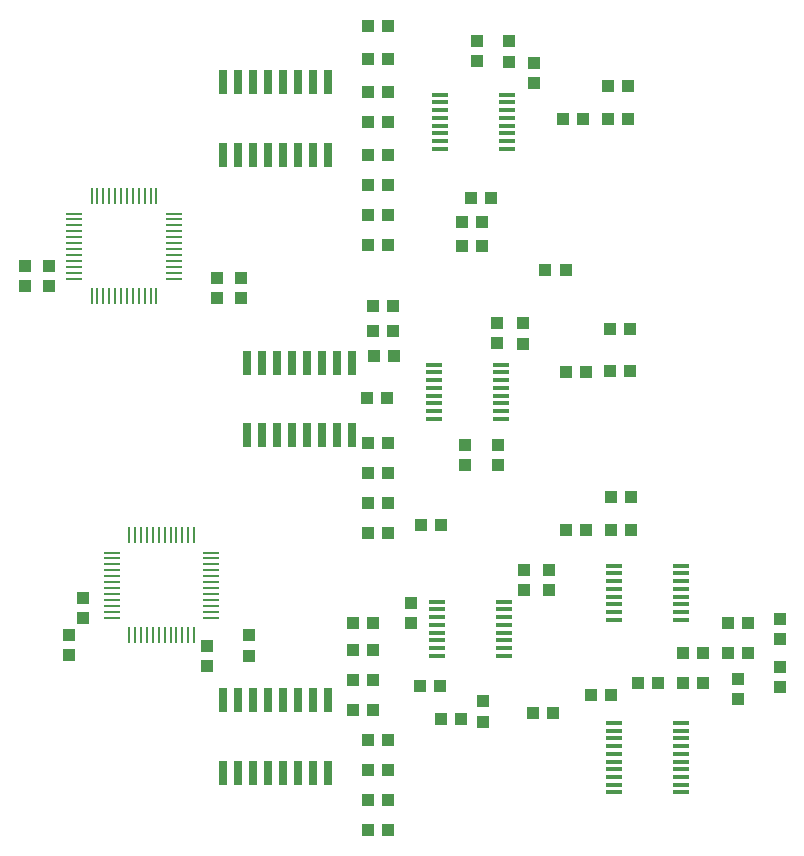
<source format=gtp>
G75*
%MOIN*%
%OFA0B0*%
%FSLAX24Y24*%
%IPPOS*%
%LPD*%
%AMOC8*
5,1,8,0,0,1.08239X$1,22.5*
%
%ADD10R,0.0580X0.0110*%
%ADD11R,0.0110X0.0580*%
%ADD12R,0.0580X0.0140*%
%ADD13R,0.0394X0.0433*%
%ADD14R,0.0433X0.0394*%
%ADD15R,0.0260X0.0800*%
D10*
X013550Y015230D03*
X013550Y015420D03*
X013550Y015620D03*
X013550Y015820D03*
X013550Y016010D03*
X013550Y016210D03*
X013550Y016410D03*
X013550Y016610D03*
X013550Y016800D03*
X013550Y017000D03*
X013550Y017200D03*
X013550Y017390D03*
X016870Y017390D03*
X016870Y017200D03*
X016870Y017000D03*
X016870Y016800D03*
X016870Y016610D03*
X016870Y016410D03*
X016870Y016210D03*
X016870Y016010D03*
X016870Y015820D03*
X016870Y015620D03*
X016870Y015420D03*
X016870Y015230D03*
X015620Y026530D03*
X015620Y026720D03*
X015620Y026920D03*
X015620Y027120D03*
X015620Y027310D03*
X015620Y027510D03*
X015620Y027710D03*
X015620Y027910D03*
X015620Y028100D03*
X015620Y028300D03*
X015620Y028500D03*
X015620Y028690D03*
X012300Y028690D03*
X012300Y028500D03*
X012300Y028300D03*
X012300Y028100D03*
X012300Y027910D03*
X012300Y027710D03*
X012300Y027510D03*
X012300Y027310D03*
X012300Y027120D03*
X012300Y026920D03*
X012300Y026720D03*
X012300Y026530D03*
D11*
X012880Y025950D03*
X013070Y025950D03*
X013270Y025950D03*
X013470Y025950D03*
X013660Y025950D03*
X013860Y025950D03*
X014060Y025950D03*
X014260Y025950D03*
X014450Y025950D03*
X014650Y025950D03*
X014850Y025950D03*
X015040Y025950D03*
X015040Y029270D03*
X014850Y029270D03*
X014650Y029270D03*
X014450Y029270D03*
X014260Y029270D03*
X014060Y029270D03*
X013860Y029270D03*
X013660Y029270D03*
X013470Y029270D03*
X013270Y029270D03*
X013070Y029270D03*
X012880Y029270D03*
X014130Y017970D03*
X014320Y017970D03*
X014520Y017970D03*
X014720Y017970D03*
X014910Y017970D03*
X015110Y017970D03*
X015310Y017970D03*
X015510Y017970D03*
X015700Y017970D03*
X015900Y017970D03*
X016100Y017970D03*
X016290Y017970D03*
X016290Y014650D03*
X016100Y014650D03*
X015900Y014650D03*
X015700Y014650D03*
X015510Y014650D03*
X015310Y014650D03*
X015110Y014650D03*
X014910Y014650D03*
X014720Y014650D03*
X014520Y014650D03*
X014320Y014650D03*
X014130Y014650D03*
D12*
X024400Y014730D03*
X024400Y014480D03*
X024400Y014220D03*
X024400Y013960D03*
X024400Y014990D03*
X024400Y015240D03*
X024400Y015500D03*
X024400Y015760D03*
X026620Y015760D03*
X026620Y015500D03*
X026620Y015240D03*
X026620Y014990D03*
X026620Y014730D03*
X026620Y014480D03*
X026620Y014220D03*
X026620Y013960D03*
X030300Y015160D03*
X030300Y015420D03*
X030300Y015680D03*
X030300Y015930D03*
X030300Y016190D03*
X030300Y016440D03*
X030300Y016700D03*
X030300Y016960D03*
X032520Y016960D03*
X032520Y016700D03*
X032520Y016440D03*
X032520Y016190D03*
X032520Y015930D03*
X032520Y015680D03*
X032520Y015420D03*
X032520Y015160D03*
X032520Y011710D03*
X032520Y011460D03*
X032520Y011200D03*
X032520Y010940D03*
X032520Y010690D03*
X032520Y010430D03*
X032520Y010180D03*
X032520Y009920D03*
X032520Y009660D03*
X032520Y009410D03*
X030300Y009410D03*
X030300Y009660D03*
X030300Y009920D03*
X030300Y010180D03*
X030300Y010430D03*
X030300Y010690D03*
X030300Y010940D03*
X030300Y011200D03*
X030300Y011460D03*
X030300Y011710D03*
X026520Y021860D03*
X026520Y022120D03*
X026520Y022380D03*
X026520Y022630D03*
X026520Y022890D03*
X026520Y023140D03*
X026520Y023400D03*
X026520Y023660D03*
X024300Y023660D03*
X024300Y023400D03*
X024300Y023140D03*
X024300Y022890D03*
X024300Y022630D03*
X024300Y022380D03*
X024300Y022120D03*
X024300Y021860D03*
X024500Y030860D03*
X024500Y031120D03*
X024500Y031380D03*
X024500Y031630D03*
X024500Y031890D03*
X024500Y032140D03*
X024500Y032400D03*
X024500Y032660D03*
X026720Y032660D03*
X026720Y032400D03*
X026720Y032140D03*
X026720Y031890D03*
X026720Y031630D03*
X026720Y031380D03*
X026720Y031120D03*
X026720Y030860D03*
D13*
X012120Y013995D03*
X012120Y014665D03*
X012600Y015205D03*
X012600Y015875D03*
X016710Y014295D03*
X016710Y013625D03*
X018110Y013965D03*
X018110Y014635D03*
X023510Y015045D03*
X023510Y015715D03*
X025940Y012435D03*
X025940Y011765D03*
X027300Y016155D03*
X027300Y016825D03*
X028110Y016825D03*
X028110Y016155D03*
X026410Y020325D03*
X026410Y020995D03*
X025310Y020995D03*
X025310Y020325D03*
X026400Y024395D03*
X026400Y025065D03*
X027270Y025035D03*
X027270Y024365D03*
X027620Y033055D03*
X027620Y033725D03*
X026800Y033765D03*
X026800Y034435D03*
X025730Y034445D03*
X025730Y033775D03*
X017860Y026545D03*
X017860Y025875D03*
X017060Y025875D03*
X017060Y026545D03*
X011460Y026295D03*
X011460Y026965D03*
X010660Y026965D03*
X010660Y026295D03*
X034410Y013195D03*
X034410Y012525D03*
X035810Y012925D03*
X035810Y013595D03*
X035810Y014525D03*
X035810Y015195D03*
D14*
X034745Y015060D03*
X034075Y015060D03*
X034075Y014060D03*
X034745Y014060D03*
X033245Y014060D03*
X032575Y014060D03*
X032575Y013060D03*
X033245Y013060D03*
X031745Y013060D03*
X031075Y013060D03*
X030185Y012650D03*
X029515Y012650D03*
X028245Y012060D03*
X027575Y012060D03*
X025195Y011840D03*
X024525Y011840D03*
X024505Y012940D03*
X023835Y012940D03*
X022255Y013160D03*
X021585Y013160D03*
X021585Y012160D03*
X022255Y012160D03*
X022075Y011160D03*
X022745Y011160D03*
X022745Y010160D03*
X022075Y010160D03*
X022075Y009160D03*
X022745Y009160D03*
X022745Y008160D03*
X022075Y008160D03*
X022255Y014160D03*
X021585Y014160D03*
X021585Y015040D03*
X022255Y015040D03*
X022075Y018060D03*
X022745Y018060D03*
X022745Y019060D03*
X022075Y019060D03*
X022075Y020060D03*
X022745Y020060D03*
X022745Y021060D03*
X022075Y021060D03*
X022055Y022540D03*
X022725Y022540D03*
X022945Y023960D03*
X022275Y023960D03*
X022255Y024780D03*
X022925Y024780D03*
X022925Y025620D03*
X022255Y025620D03*
X022075Y027660D03*
X022745Y027660D03*
X022745Y028660D03*
X022075Y028660D03*
X022075Y029660D03*
X022745Y029660D03*
X022745Y030660D03*
X022075Y030660D03*
X022075Y031760D03*
X022745Y031760D03*
X022745Y032760D03*
X022075Y032760D03*
X022075Y033860D03*
X022745Y033860D03*
X022745Y034960D03*
X022075Y034960D03*
X025525Y029210D03*
X026195Y029210D03*
X025885Y028410D03*
X025215Y028410D03*
X025225Y027600D03*
X025895Y027600D03*
X028005Y026810D03*
X028675Y026810D03*
X030165Y024860D03*
X030835Y024860D03*
X030835Y023440D03*
X030165Y023440D03*
X029345Y023430D03*
X028675Y023430D03*
X030175Y019260D03*
X030845Y019260D03*
X030845Y018160D03*
X030175Y018160D03*
X029345Y018160D03*
X028675Y018160D03*
X024535Y018310D03*
X023865Y018310D03*
X028575Y031860D03*
X029245Y031860D03*
X030075Y031860D03*
X030745Y031860D03*
X030745Y032960D03*
X030075Y032960D03*
D15*
X020760Y033070D03*
X020260Y033070D03*
X019760Y033070D03*
X019260Y033070D03*
X018760Y033070D03*
X018260Y033070D03*
X017760Y033070D03*
X017260Y033070D03*
X017260Y030650D03*
X017760Y030650D03*
X018260Y030650D03*
X018760Y030650D03*
X019260Y030650D03*
X019760Y030650D03*
X020260Y030650D03*
X020760Y030650D03*
X020550Y023730D03*
X020050Y023730D03*
X019550Y023730D03*
X019050Y023730D03*
X018550Y023730D03*
X018050Y023730D03*
X018050Y021310D03*
X018550Y021310D03*
X019050Y021310D03*
X019550Y021310D03*
X020050Y021310D03*
X020550Y021310D03*
X021050Y021310D03*
X021550Y021310D03*
X021550Y023730D03*
X021050Y023730D03*
X020760Y012470D03*
X020260Y012470D03*
X019760Y012470D03*
X019260Y012470D03*
X018760Y012470D03*
X018260Y012470D03*
X017760Y012470D03*
X017260Y012470D03*
X017260Y010050D03*
X017760Y010050D03*
X018260Y010050D03*
X018760Y010050D03*
X019260Y010050D03*
X019760Y010050D03*
X020260Y010050D03*
X020760Y010050D03*
M02*

</source>
